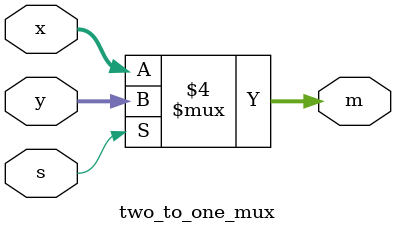
<source format=v>
module two_to_one_mux(
	x,
	y,
	s,
	m);

parameter WIDTH = 3; 			// Set the mux width for Part 2
					// For 8 bit wide signal the bits run from 7 down to 0
input [WIDTH-1 : 0] x; 			// This is why we have WIDTH-1
							
input [WIDTH-1 : 0] y; 			// Declare y			
input s; 				// Declare s, note s is 1 bit signal because this is a 2:1 mux
output reg [WIDTH-1 : 0] m; 		// Declare m 

// This is where we implement the 2:1 Mux logic
// Use if else to assign values of x or y to m
// s  |  m
// -------
// 0  |  x
// 1  |  y


always@(*) begin
  if(s == 0)// Add condition for Mux
    m = x;
  else 
    m = y;
end
endmodule

</source>
